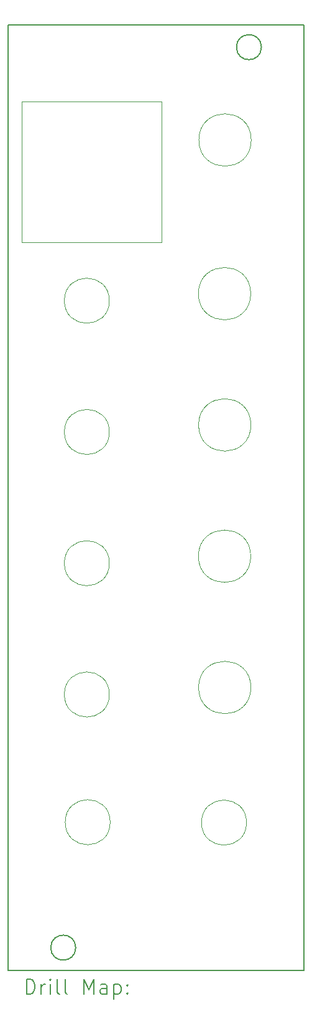
<source format=gbr>
%TF.GenerationSoftware,KiCad,Pcbnew,8.0.5*%
%TF.CreationDate,2024-10-13T13:29:04-04:00*%
%TF.ProjectId,2024.10.10 Bing Bong Drum Module FACEPLATE,32303234-2e31-4302-9e31-302042696e67,rev?*%
%TF.SameCoordinates,Original*%
%TF.FileFunction,Drillmap*%
%TF.FilePolarity,Positive*%
%FSLAX45Y45*%
G04 Gerber Fmt 4.5, Leading zero omitted, Abs format (unit mm)*
G04 Created by KiCad (PCBNEW 8.0.5) date 2024-10-13 13:29:04*
%MOMM*%
%LPD*%
G01*
G04 APERTURE LIST*
%ADD10C,0.100000*%
%ADD11C,0.200000*%
%ADD12C,0.150000*%
G04 APERTURE END LIST*
D10*
X16106840Y-8995053D02*
G75*
G02*
X15393840Y-8995053I-356500J0D01*
G01*
X15393840Y-8995053D02*
G75*
G02*
X16106840Y-8995053I356500J0D01*
G01*
X16106840Y-12564000D02*
G75*
G02*
X15393840Y-12564000I-356500J0D01*
G01*
X15393840Y-12564000D02*
G75*
G02*
X16106840Y-12564000I356500J0D01*
G01*
X16046880Y-14400420D02*
G75*
G02*
X15433880Y-14400420I-306500J0D01*
G01*
X15433880Y-14400420D02*
G75*
G02*
X16046880Y-14400420I306500J0D01*
G01*
X14178360Y-7306200D02*
G75*
G02*
X13565360Y-7306200I-306500J0D01*
G01*
X13565360Y-7306200D02*
G75*
G02*
X14178360Y-7306200I306500J0D01*
G01*
D11*
X12800040Y-3558400D02*
X16830040Y-3558400D01*
X16830040Y-16408400D01*
X12800040Y-16408400D01*
X12800040Y-3558400D01*
D10*
X14178360Y-10874733D02*
G75*
G02*
X13565360Y-10874733I-306500J0D01*
G01*
X13565360Y-10874733D02*
G75*
G02*
X14178360Y-10874733I306500J0D01*
G01*
X14190140Y-14395340D02*
G75*
G02*
X13577140Y-14395340I-306500J0D01*
G01*
X13577140Y-14395340D02*
G75*
G02*
X14190140Y-14395340I306500J0D01*
G01*
X16110840Y-5121800D02*
G75*
G02*
X15397840Y-5121800I-356500J0D01*
G01*
X15397840Y-5121800D02*
G75*
G02*
X16110840Y-5121800I356500J0D01*
G01*
X14178360Y-9090467D02*
G75*
G02*
X13565360Y-9090467I-306500J0D01*
G01*
X13565360Y-9090467D02*
G75*
G02*
X14178360Y-9090467I306500J0D01*
G01*
X12987020Y-4598560D02*
X14886940Y-4598560D01*
X14886940Y-6508640D01*
X12987020Y-6508640D01*
X12987020Y-4598560D01*
D12*
X16250000Y-3860000D02*
G75*
G02*
X15910000Y-3860000I-170000J0D01*
G01*
X15910000Y-3860000D02*
G75*
G02*
X16250000Y-3860000I170000J0D01*
G01*
D10*
X16104500Y-7210580D02*
G75*
G02*
X15391500Y-7210580I-356500J0D01*
G01*
X15391500Y-7210580D02*
G75*
G02*
X16104500Y-7210580I356500J0D01*
G01*
X16104500Y-10779527D02*
G75*
G02*
X15391500Y-10779527I-356500J0D01*
G01*
X15391500Y-10779527D02*
G75*
G02*
X16104500Y-10779527I356500J0D01*
G01*
D12*
X13720000Y-16100000D02*
G75*
G02*
X13380000Y-16100000I-170000J0D01*
G01*
X13380000Y-16100000D02*
G75*
G02*
X13720000Y-16100000I170000J0D01*
G01*
D10*
X14178360Y-12659000D02*
G75*
G02*
X13565360Y-12659000I-306500J0D01*
G01*
X13565360Y-12659000D02*
G75*
G02*
X14178360Y-12659000I306500J0D01*
G01*
D11*
X13050817Y-16729884D02*
X13050817Y-16529884D01*
X13050817Y-16529884D02*
X13098436Y-16529884D01*
X13098436Y-16529884D02*
X13127007Y-16539408D01*
X13127007Y-16539408D02*
X13146055Y-16558455D01*
X13146055Y-16558455D02*
X13155579Y-16577503D01*
X13155579Y-16577503D02*
X13165102Y-16615598D01*
X13165102Y-16615598D02*
X13165102Y-16644169D01*
X13165102Y-16644169D02*
X13155579Y-16682265D01*
X13155579Y-16682265D02*
X13146055Y-16701312D01*
X13146055Y-16701312D02*
X13127007Y-16720360D01*
X13127007Y-16720360D02*
X13098436Y-16729884D01*
X13098436Y-16729884D02*
X13050817Y-16729884D01*
X13250817Y-16729884D02*
X13250817Y-16596550D01*
X13250817Y-16634646D02*
X13260341Y-16615598D01*
X13260341Y-16615598D02*
X13269864Y-16606074D01*
X13269864Y-16606074D02*
X13288912Y-16596550D01*
X13288912Y-16596550D02*
X13307960Y-16596550D01*
X13374626Y-16729884D02*
X13374626Y-16596550D01*
X13374626Y-16529884D02*
X13365102Y-16539408D01*
X13365102Y-16539408D02*
X13374626Y-16548931D01*
X13374626Y-16548931D02*
X13384150Y-16539408D01*
X13384150Y-16539408D02*
X13374626Y-16529884D01*
X13374626Y-16529884D02*
X13374626Y-16548931D01*
X13498436Y-16729884D02*
X13479388Y-16720360D01*
X13479388Y-16720360D02*
X13469864Y-16701312D01*
X13469864Y-16701312D02*
X13469864Y-16529884D01*
X13603198Y-16729884D02*
X13584150Y-16720360D01*
X13584150Y-16720360D02*
X13574626Y-16701312D01*
X13574626Y-16701312D02*
X13574626Y-16529884D01*
X13831769Y-16729884D02*
X13831769Y-16529884D01*
X13831769Y-16529884D02*
X13898436Y-16672741D01*
X13898436Y-16672741D02*
X13965102Y-16529884D01*
X13965102Y-16529884D02*
X13965102Y-16729884D01*
X14146055Y-16729884D02*
X14146055Y-16625122D01*
X14146055Y-16625122D02*
X14136531Y-16606074D01*
X14136531Y-16606074D02*
X14117483Y-16596550D01*
X14117483Y-16596550D02*
X14079388Y-16596550D01*
X14079388Y-16596550D02*
X14060341Y-16606074D01*
X14146055Y-16720360D02*
X14127007Y-16729884D01*
X14127007Y-16729884D02*
X14079388Y-16729884D01*
X14079388Y-16729884D02*
X14060341Y-16720360D01*
X14060341Y-16720360D02*
X14050817Y-16701312D01*
X14050817Y-16701312D02*
X14050817Y-16682265D01*
X14050817Y-16682265D02*
X14060341Y-16663217D01*
X14060341Y-16663217D02*
X14079388Y-16653693D01*
X14079388Y-16653693D02*
X14127007Y-16653693D01*
X14127007Y-16653693D02*
X14146055Y-16644169D01*
X14241293Y-16596550D02*
X14241293Y-16796550D01*
X14241293Y-16606074D02*
X14260341Y-16596550D01*
X14260341Y-16596550D02*
X14298436Y-16596550D01*
X14298436Y-16596550D02*
X14317483Y-16606074D01*
X14317483Y-16606074D02*
X14327007Y-16615598D01*
X14327007Y-16615598D02*
X14336531Y-16634646D01*
X14336531Y-16634646D02*
X14336531Y-16691788D01*
X14336531Y-16691788D02*
X14327007Y-16710836D01*
X14327007Y-16710836D02*
X14317483Y-16720360D01*
X14317483Y-16720360D02*
X14298436Y-16729884D01*
X14298436Y-16729884D02*
X14260341Y-16729884D01*
X14260341Y-16729884D02*
X14241293Y-16720360D01*
X14422245Y-16710836D02*
X14431769Y-16720360D01*
X14431769Y-16720360D02*
X14422245Y-16729884D01*
X14422245Y-16729884D02*
X14412722Y-16720360D01*
X14412722Y-16720360D02*
X14422245Y-16710836D01*
X14422245Y-16710836D02*
X14422245Y-16729884D01*
X14422245Y-16606074D02*
X14431769Y-16615598D01*
X14431769Y-16615598D02*
X14422245Y-16625122D01*
X14422245Y-16625122D02*
X14412722Y-16615598D01*
X14412722Y-16615598D02*
X14422245Y-16606074D01*
X14422245Y-16606074D02*
X14422245Y-16625122D01*
M02*

</source>
